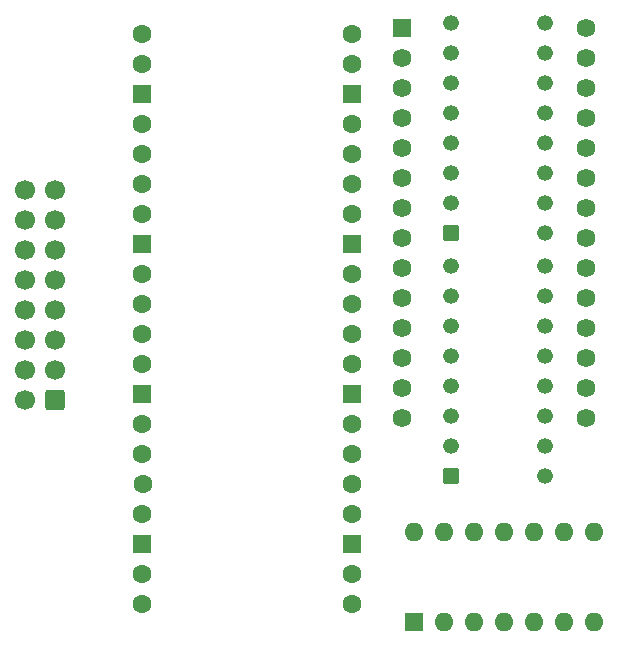
<source format=gbs>
G04 #@! TF.GenerationSoftware,KiCad,Pcbnew,8.0.0*
G04 #@! TF.CreationDate,2024-03-25T14:53:35-05:00*
G04 #@! TF.ProjectId,SensorModuleBase,53656e73-6f72-44d6-9f64-756c65426173,rev?*
G04 #@! TF.SameCoordinates,Original*
G04 #@! TF.FileFunction,Soldermask,Bot*
G04 #@! TF.FilePolarity,Negative*
%FSLAX46Y46*%
G04 Gerber Fmt 4.6, Leading zero omitted, Abs format (unit mm)*
G04 Created by KiCad (PCBNEW 8.0.0) date 2024-03-25 14:53:35*
%MOMM*%
%LPD*%
G01*
G04 APERTURE LIST*
G04 Aperture macros list*
%AMRoundRect*
0 Rectangle with rounded corners*
0 $1 Rounding radius*
0 $2 $3 $4 $5 $6 $7 $8 $9 X,Y pos of 4 corners*
0 Add a 4 corners polygon primitive as box body*
4,1,4,$2,$3,$4,$5,$6,$7,$8,$9,$2,$3,0*
0 Add four circle primitives for the rounded corners*
1,1,$1+$1,$2,$3*
1,1,$1+$1,$4,$5*
1,1,$1+$1,$6,$7*
1,1,$1+$1,$8,$9*
0 Add four rect primitives between the rounded corners*
20,1,$1+$1,$2,$3,$4,$5,0*
20,1,$1+$1,$4,$5,$6,$7,0*
20,1,$1+$1,$6,$7,$8,$9,0*
20,1,$1+$1,$8,$9,$2,$3,0*%
G04 Aperture macros list end*
%ADD10RoundRect,0.250000X0.600000X0.600000X-0.600000X0.600000X-0.600000X-0.600000X0.600000X-0.600000X0*%
%ADD11C,1.700000*%
%ADD12RoundRect,0.102000X-0.689000X-0.689000X0.689000X-0.689000X0.689000X0.689000X-0.689000X0.689000X0*%
%ADD13C,1.582000*%
%ADD14R,1.600000X1.600000*%
%ADD15O,1.600000X1.600000*%
%ADD16C,1.600000*%
%ADD17RoundRect,0.200000X-0.600000X-0.600000X0.600000X-0.600000X0.600000X0.600000X-0.600000X0.600000X0*%
%ADD18RoundRect,0.102000X-0.565000X-0.565000X0.565000X-0.565000X0.565000X0.565000X-0.565000X0.565000X0*%
%ADD19C,1.334000*%
G04 APERTURE END LIST*
D10*
G04 #@! TO.C,J1*
X22485000Y-48700000D03*
D11*
X19945000Y-48700000D03*
X22485000Y-46160000D03*
X19945000Y-46160000D03*
X22485000Y-43620000D03*
X19945000Y-43620000D03*
X22485000Y-41080000D03*
X19945000Y-41080000D03*
X22485000Y-38540000D03*
X19945000Y-38540000D03*
X22485000Y-36000000D03*
X19945000Y-36000000D03*
X22485000Y-33460000D03*
X19945000Y-33460000D03*
X22485000Y-30920000D03*
X19945000Y-30920000D03*
G04 #@! TD*
D12*
G04 #@! TO.C,U1*
X51927500Y-17190000D03*
D13*
X51927500Y-19730000D03*
X51927500Y-22270000D03*
X51927500Y-24810000D03*
X51927500Y-27350000D03*
X51927500Y-29890000D03*
X51927500Y-32430000D03*
X51927500Y-34970000D03*
X51927500Y-37510000D03*
X51927500Y-40050000D03*
X51927500Y-42590000D03*
X51927500Y-45130000D03*
X51927500Y-47670000D03*
X51927500Y-50210000D03*
X67485000Y-50210000D03*
X67485000Y-47670000D03*
X67485000Y-45130000D03*
X67485000Y-42590000D03*
X67485000Y-40050000D03*
X67485000Y-37510000D03*
X67485000Y-34970000D03*
X67485000Y-32430000D03*
X67485000Y-29890000D03*
X67485000Y-27350000D03*
X67485000Y-24810000D03*
X67485000Y-22270000D03*
X67485000Y-19730000D03*
X67485000Y-17190000D03*
G04 #@! TD*
D14*
G04 #@! TO.C,U2*
X52860000Y-67500000D03*
D15*
X55400000Y-67500000D03*
X57940000Y-67500000D03*
X60480000Y-67500000D03*
X63020000Y-67500000D03*
X65560000Y-67500000D03*
X68100000Y-67500000D03*
X68100000Y-59880000D03*
X65560000Y-59880000D03*
X63020000Y-59880000D03*
X60480000Y-59880000D03*
X57940000Y-59880000D03*
X55400000Y-59880000D03*
X52860000Y-59880000D03*
G04 #@! TD*
D16*
G04 #@! TO.C,A1*
X29900000Y-17740000D03*
X29900000Y-20280000D03*
D17*
X29900000Y-22820000D03*
D16*
X29900000Y-25360000D03*
X29900000Y-27900000D03*
X29900000Y-30440000D03*
X29900000Y-32980000D03*
D17*
X29900000Y-35520000D03*
D16*
X29900000Y-38060000D03*
X29900000Y-40600000D03*
X29900000Y-43140000D03*
X29900000Y-45680000D03*
D17*
X29900000Y-48220000D03*
D16*
X29900000Y-50760000D03*
X29900000Y-53300000D03*
X29941881Y-55840000D03*
X29900000Y-58380000D03*
D17*
X29900000Y-60920000D03*
D16*
X29900000Y-63460000D03*
X29900000Y-66000000D03*
X47680000Y-66000000D03*
X47680000Y-63460000D03*
D17*
X47680000Y-60920000D03*
D16*
X47680000Y-58380000D03*
X47680000Y-55840000D03*
X47680000Y-53300000D03*
X47680000Y-50760000D03*
D17*
X47680000Y-48220000D03*
D16*
X47680000Y-45680000D03*
X47680000Y-43140000D03*
X47680000Y-40600000D03*
X47680000Y-38060000D03*
D17*
X47680000Y-35520000D03*
D16*
X47680000Y-32980000D03*
X47680000Y-30440000D03*
X47680000Y-27900000D03*
X47680000Y-25360000D03*
D17*
X47680000Y-22820000D03*
D16*
X47680000Y-20280000D03*
X47680000Y-17740000D03*
G04 #@! TD*
D18*
G04 #@! TO.C,U4*
X56015000Y-55090000D03*
D19*
X56015000Y-52550000D03*
X56015000Y-50010000D03*
X56015000Y-47470000D03*
X56015000Y-44930000D03*
X56015000Y-42390000D03*
X56015000Y-39850000D03*
X56015000Y-37310000D03*
X63955000Y-37310000D03*
X63955000Y-39850000D03*
X63955000Y-42390000D03*
X63955000Y-44930000D03*
X63955000Y-47470000D03*
X63955000Y-50010000D03*
X63955000Y-52550000D03*
X63955000Y-55090000D03*
G04 #@! TD*
D18*
G04 #@! TO.C,U3*
X56015000Y-34590000D03*
D19*
X56015000Y-32050000D03*
X56015000Y-29510000D03*
X56015000Y-26970000D03*
X56015000Y-24430000D03*
X56015000Y-21890000D03*
X56015000Y-19350000D03*
X56015000Y-16810000D03*
X63955000Y-16810000D03*
X63955000Y-19350000D03*
X63955000Y-21890000D03*
X63955000Y-24430000D03*
X63955000Y-26970000D03*
X63955000Y-29510000D03*
X63955000Y-32050000D03*
X63955000Y-34590000D03*
G04 #@! TD*
M02*

</source>
